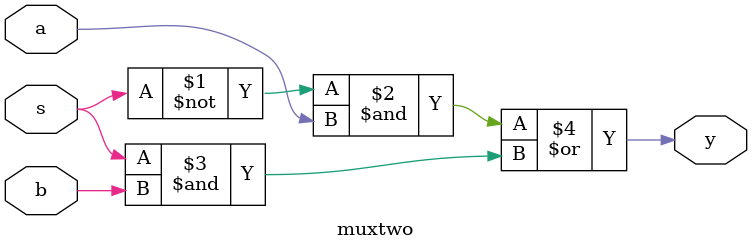
<source format=v>
module muxtwo(a,b,s,y); 
	input a,b,s;
	output y;
	assign y=((~s)&a)|(s&b);
endmodule
</source>
